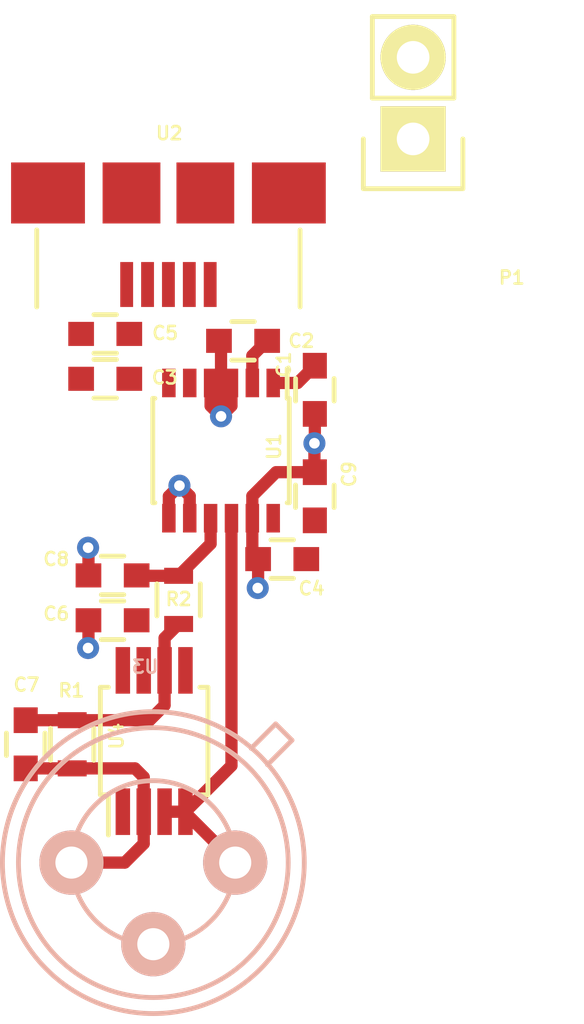
<source format=kicad_pcb>
(kicad_pcb (version 4) (host pcbnew 4.0.1-3.201512221402+6198~38~ubuntu14.04.1-stable)

  (general
    (links 43)
    (no_connects 24)
    (area 129.057599 82.466799 147.508807 114.59972)
    (thickness 1.6)
    (drawings 0)
    (tracks 57)
    (zones 0)
    (modules 16)
    (nets 14)
  )

  (page A4)
  (layers
    (0 F.Cu signal)
    (31 B.Cu signal)
    (32 B.Adhes user)
    (33 F.Adhes user)
    (34 B.Paste user)
    (35 F.Paste user)
    (36 B.SilkS user)
    (37 F.SilkS user)
    (38 B.Mask user)
    (39 F.Mask user)
    (40 Dwgs.User user)
    (41 Cmts.User user)
    (42 Eco1.User user)
    (43 Eco2.User user)
    (44 Edge.Cuts user)
    (45 Margin user)
    (46 B.CrtYd user)
    (47 F.CrtYd user hide)
    (48 B.Fab user)
    (49 F.Fab user)
  )

  (setup
    (last_trace_width 0.381)
    (user_trace_width 0.381)
    (trace_clearance 0.1524)
    (zone_clearance 0.508)
    (zone_45_only no)
    (trace_min 0.1524)
    (segment_width 0.2)
    (edge_width 0.15)
    (via_size 0.6858)
    (via_drill 0.3302)
    (via_min_size 0.6858)
    (via_min_drill 0.3302)
    (user_via 0.762 0.3556)
    (uvia_size 0.3)
    (uvia_drill 0.1)
    (uvias_allowed no)
    (uvia_min_size 0)
    (uvia_min_drill 0)
    (pcb_text_width 0.3)
    (pcb_text_size 1.5 1.5)
    (mod_edge_width 0.15)
    (mod_text_size 0.4064 0.4064)
    (mod_text_width 0.08128)
    (pad_size 1.524 1.524)
    (pad_drill 0.762)
    (pad_to_mask_clearance 0.0254)
    (aux_axis_origin 0 0)
    (visible_elements FFFFF77F)
    (pcbplotparams
      (layerselection 0x00030_80000001)
      (usegerberextensions false)
      (excludeedgelayer true)
      (linewidth 0.100000)
      (plotframeref false)
      (viasonmask false)
      (mode 1)
      (useauxorigin false)
      (hpglpennumber 1)
      (hpglpenspeed 20)
      (hpglpendiameter 15)
      (hpglpenoverlay 2)
      (psnegative false)
      (psa4output false)
      (plotreference true)
      (plotvalue true)
      (plotinvisibletext false)
      (padsonsilk false)
      (subtractmaskfromsilk false)
      (outputformat 1)
      (mirror false)
      (drillshape 1)
      (scaleselection 1)
      (outputdirectory ""))
  )

  (net 0 "")
  (net 1 GND)
  (net 2 VCC)
  (net 3 "Net-(U4-Pad1)")
  (net 4 "Net-(U4-Pad5)")
  (net 5 "Net-(U4-Pad8)")
  (net 6 "Net-(C7-Pad1)")
  (net 7 "Net-(C7-Pad2)")
  (net 8 "Net-(C8-Pad1)")
  (net 9 "Net-(C1-Pad1)")
  (net 10 "Net-(C2-Pad1)")
  (net 11 /SDA)
  (net 12 /SCL)
  (net 13 "Net-(P1-Pad2)")

  (net_class Default "This is the default net class."
    (clearance 0.1524)
    (trace_width 0.1524)
    (via_dia 0.6858)
    (via_drill 0.3302)
    (uvia_dia 0.3)
    (uvia_drill 0.1)
    (add_net /SCL)
    (add_net /SDA)
    (add_net GND)
    (add_net "Net-(C1-Pad1)")
    (add_net "Net-(C2-Pad1)")
    (add_net "Net-(C7-Pad1)")
    (add_net "Net-(C7-Pad2)")
    (add_net "Net-(C8-Pad1)")
    (add_net "Net-(P1-Pad2)")
    (add_net "Net-(U4-Pad1)")
    (add_net "Net-(U4-Pad5)")
    (add_net "Net-(U4-Pad8)")
    (add_net VCC)
  )

  (module footprints:TO-5 (layer B.Cu) (tedit 569C3E42) (tstamp 569B0EEE)
    (at 133.985 109.474 180)
    (descr "TO-43,  3Pin,")
    (tags "TO-43,  3Pin,")
    (path /56995646)
    (fp_text reference U3 (at 0.254 6.096 180) (layer B.SilkS)
      (effects (font (size 0.4064 0.4064) (thickness 0.08128)) (justify mirror))
    )
    (fp_text value SD100-13-23-222 (at 0.0508 -4.6482 180) (layer B.Fab)
      (effects (font (size 0.4064 0.4064) (thickness 0.08128)) (justify mirror))
    )
    (fp_line (start -4.064 4.064) (end -3.81 4.318) (layer B.SilkS) (width 0.15))
    (fp_line (start -3.81 4.318) (end -3.048 3.556) (layer B.SilkS) (width 0.15))
    (fp_line (start -4.064 4.064) (end -4.318 3.81) (layer B.SilkS) (width 0.15))
    (fp_line (start -4.318 3.81) (end -3.556 3.048) (layer B.SilkS) (width 0.15))
    (fp_circle (center 0 0) (end 2.55 0) (layer B.SilkS) (width 0.15))
    (fp_circle (center 0 0) (end 4.2 0) (layer B.SilkS) (width 0.15))
    (fp_circle (center 0 0) (end 4.7 0) (layer B.SilkS) (width 0.15))
    (pad 1 thru_hole circle (at -2.55 0 180) (size 2 2) (drill 1) (layers *.Cu *.Mask B.SilkS)
      (net 1 GND))
    (pad 2 thru_hole circle (at 0 -2.54 180) (size 2 2) (drill 1) (layers *.Cu *.Mask B.SilkS)
      (net 1 GND))
    (pad 3 thru_hole circle (at 2.55 0 180) (size 2 2) (drill 1) (layers *.Cu *.Mask B.SilkS)
      (net 7 "Net-(C7-Pad2)"))
  )

  (module Housings_SSOP:MSOP-8_3x3mm_Pitch0.65mm (layer F.Cu) (tedit 569B1EED) (tstamp 569B182D)
    (at 134.0104 105.6894 90)
    (descr "8-Lead Plastic Micro Small Outline Package (MS) [MSOP] (see Microchip Packaging Specification 00000049BS.pdf)")
    (tags "SSOP 0.65")
    (path /569B1527)
    (attr smd)
    (fp_text reference U4 (at 0.1524 -1.1684 270) (layer F.SilkS)
      (effects (font (size 0.4064 0.4064) (thickness 0.08128)))
    )
    (fp_text value OPA381 (at 0.0254 0.9906 270) (layer F.Fab)
      (effects (font (size 0.4064 0.4064) (thickness 0.08128)))
    )
    (fp_line (start -3.2 -1.85) (end -3.2 1.85) (layer F.CrtYd) (width 0.05))
    (fp_line (start 3.2 -1.85) (end 3.2 1.85) (layer F.CrtYd) (width 0.05))
    (fp_line (start -3.2 -1.85) (end 3.2 -1.85) (layer F.CrtYd) (width 0.05))
    (fp_line (start -3.2 1.85) (end 3.2 1.85) (layer F.CrtYd) (width 0.05))
    (fp_line (start -1.675 -1.675) (end -1.675 -1.425) (layer F.SilkS) (width 0.15))
    (fp_line (start 1.675 -1.675) (end 1.675 -1.425) (layer F.SilkS) (width 0.15))
    (fp_line (start 1.675 1.675) (end 1.675 1.425) (layer F.SilkS) (width 0.15))
    (fp_line (start -1.675 1.675) (end -1.675 1.425) (layer F.SilkS) (width 0.15))
    (fp_line (start -1.675 -1.675) (end 1.675 -1.675) (layer F.SilkS) (width 0.15))
    (fp_line (start -1.675 1.675) (end 1.675 1.675) (layer F.SilkS) (width 0.15))
    (fp_line (start -1.675 -1.425) (end -2.925 -1.425) (layer F.SilkS) (width 0.15))
    (pad 1 smd rect (at -2.2 -0.975 90) (size 1.45 0.45) (layers F.Cu F.Paste F.Mask)
      (net 3 "Net-(U4-Pad1)"))
    (pad 2 smd rect (at -2.2 -0.325 90) (size 1.45 0.45) (layers F.Cu F.Paste F.Mask)
      (net 7 "Net-(C7-Pad2)"))
    (pad 3 smd rect (at -2.2 0.325 90) (size 1.45 0.45) (layers F.Cu F.Paste F.Mask)
      (net 1 GND))
    (pad 4 smd rect (at -2.2 0.975 90) (size 1.45 0.45) (layers F.Cu F.Paste F.Mask)
      (net 1 GND))
    (pad 5 smd rect (at 2.2 0.975 90) (size 1.45 0.45) (layers F.Cu F.Paste F.Mask)
      (net 4 "Net-(U4-Pad5)"))
    (pad 6 smd rect (at 2.2 0.325 90) (size 1.45 0.45) (layers F.Cu F.Paste F.Mask)
      (net 6 "Net-(C7-Pad1)"))
    (pad 7 smd rect (at 2.2 -0.325 90) (size 1.45 0.45) (layers F.Cu F.Paste F.Mask)
      (net 2 VCC))
    (pad 8 smd rect (at 2.2 -0.975 90) (size 1.45 0.45) (layers F.Cu F.Paste F.Mask)
      (net 5 "Net-(U4-Pad8)"))
    (model Housings_SSOP.3dshapes/MSOP-8_3x3mm_Pitch0.65mm.wrl
      (at (xyz 0 0 0))
      (scale (xyz 1 1 1))
      (rotate (xyz 0 0 0))
    )
  )

  (module Capacitors_SMD:C_0603 (layer F.Cu) (tedit 569C3CF1) (tstamp 569B249B)
    (at 139.0142 94.7547 270)
    (descr "Capacitor SMD 0603, reflow soldering, AVX (see smccp.pdf)")
    (tags "capacitor 0603")
    (path /569BFF67)
    (attr smd)
    (fp_text reference C1 (at -0.7874 0.9652 270) (layer F.SilkS)
      (effects (font (size 0.4064 0.4064) (thickness 0.08128)))
    )
    (fp_text value .1u (at 0.7874 0.9144 270) (layer F.Fab)
      (effects (font (size 0.4064 0.4064) (thickness 0.08128)))
    )
    (fp_line (start -1.45 -0.75) (end 1.45 -0.75) (layer F.CrtYd) (width 0.05))
    (fp_line (start -1.45 0.75) (end 1.45 0.75) (layer F.CrtYd) (width 0.05))
    (fp_line (start -1.45 -0.75) (end -1.45 0.75) (layer F.CrtYd) (width 0.05))
    (fp_line (start 1.45 -0.75) (end 1.45 0.75) (layer F.CrtYd) (width 0.05))
    (fp_line (start -0.35 -0.6) (end 0.35 -0.6) (layer F.SilkS) (width 0.15))
    (fp_line (start 0.35 0.6) (end -0.35 0.6) (layer F.SilkS) (width 0.15))
    (pad 1 smd rect (at -0.75 0 270) (size 0.8 0.75) (layers F.Cu F.Paste F.Mask)
      (net 9 "Net-(C1-Pad1)"))
    (pad 2 smd rect (at 0.75 0 270) (size 0.8 0.75) (layers F.Cu F.Paste F.Mask)
      (net 1 GND))
    (model Capacitors_SMD.3dshapes/C_0603.wrl
      (at (xyz 0 0 0))
      (scale (xyz 1 1 1))
      (rotate (xyz 0 0 0))
    )
  )

  (module Capacitors_SMD:C_0603 (layer F.Cu) (tedit 569EFAC3) (tstamp 569B24A0)
    (at 136.779 93.2307 180)
    (descr "Capacitor SMD 0603, reflow soldering, AVX (see smccp.pdf)")
    (tags "capacitor 0603")
    (path /569C0E1F)
    (attr smd)
    (fp_text reference C2 (at -1.8161 0 180) (layer F.SilkS)
      (effects (font (size 0.4064 0.4064) (thickness 0.08128)))
    )
    (fp_text value .1u (at 0.9906 -0.8763 180) (layer F.Fab)
      (effects (font (size 0.4064 0.4064) (thickness 0.08128)))
    )
    (fp_line (start -1.45 -0.75) (end 1.45 -0.75) (layer F.CrtYd) (width 0.05))
    (fp_line (start -1.45 0.75) (end 1.45 0.75) (layer F.CrtYd) (width 0.05))
    (fp_line (start -1.45 -0.75) (end -1.45 0.75) (layer F.CrtYd) (width 0.05))
    (fp_line (start 1.45 -0.75) (end 1.45 0.75) (layer F.CrtYd) (width 0.05))
    (fp_line (start -0.35 -0.6) (end 0.35 -0.6) (layer F.SilkS) (width 0.15))
    (fp_line (start 0.35 0.6) (end -0.35 0.6) (layer F.SilkS) (width 0.15))
    (pad 1 smd rect (at -0.75 0 180) (size 0.8 0.75) (layers F.Cu F.Paste F.Mask)
      (net 10 "Net-(C2-Pad1)"))
    (pad 2 smd rect (at 0.75 0 180) (size 0.8 0.75) (layers F.Cu F.Paste F.Mask)
      (net 1 GND))
    (model Capacitors_SMD.3dshapes/C_0603.wrl
      (at (xyz 0 0 0))
      (scale (xyz 1 1 1))
      (rotate (xyz 0 0 0))
    )
  )

  (module Capacitors_SMD:C_0603 (layer F.Cu) (tedit 569C4F1D) (tstamp 569B24A5)
    (at 132.4864 94.4118)
    (descr "Capacitor SMD 0603, reflow soldering, AVX (see smccp.pdf)")
    (tags "capacitor 0603")
    (path /569ABE13)
    (attr smd)
    (fp_text reference C3 (at 1.8542 -0.0381) (layer F.SilkS)
      (effects (font (size 0.4064 0.4064) (thickness 0.08128)))
    )
    (fp_text value 10u (at 2.0447 0.5715) (layer F.Fab)
      (effects (font (size 0.4064 0.4064) (thickness 0.08128)))
    )
    (fp_line (start -1.45 -0.75) (end 1.45 -0.75) (layer F.CrtYd) (width 0.05))
    (fp_line (start -1.45 0.75) (end 1.45 0.75) (layer F.CrtYd) (width 0.05))
    (fp_line (start -1.45 -0.75) (end -1.45 0.75) (layer F.CrtYd) (width 0.05))
    (fp_line (start 1.45 -0.75) (end 1.45 0.75) (layer F.CrtYd) (width 0.05))
    (fp_line (start -0.35 -0.6) (end 0.35 -0.6) (layer F.SilkS) (width 0.15))
    (fp_line (start 0.35 0.6) (end -0.35 0.6) (layer F.SilkS) (width 0.15))
    (pad 1 smd rect (at -0.75 0) (size 0.8 0.75) (layers F.Cu F.Paste F.Mask)
      (net 1 GND))
    (pad 2 smd rect (at 0.75 0) (size 0.8 0.75) (layers F.Cu F.Paste F.Mask)
      (net 2 VCC))
    (model Capacitors_SMD.3dshapes/C_0603.wrl
      (at (xyz 0 0 0))
      (scale (xyz 1 1 1))
      (rotate (xyz 0 0 0))
    )
  )

  (module Capacitors_SMD:C_0603 (layer F.Cu) (tedit 569C36DC) (tstamp 569B24AA)
    (at 137.9982 100.0252)
    (descr "Capacitor SMD 0603, reflow soldering, AVX (see smccp.pdf)")
    (tags "capacitor 0603")
    (path /569C03C5)
    (attr smd)
    (fp_text reference C4 (at 0.9144 0.9144) (layer F.SilkS)
      (effects (font (size 0.4064 0.4064) (thickness 0.08128)))
    )
    (fp_text value .1u (at -0.8382 0.9144) (layer F.Fab)
      (effects (font (size 0.4064 0.4064) (thickness 0.08128)))
    )
    (fp_line (start -1.45 -0.75) (end 1.45 -0.75) (layer F.CrtYd) (width 0.05))
    (fp_line (start -1.45 0.75) (end 1.45 0.75) (layer F.CrtYd) (width 0.05))
    (fp_line (start -1.45 -0.75) (end -1.45 0.75) (layer F.CrtYd) (width 0.05))
    (fp_line (start 1.45 -0.75) (end 1.45 0.75) (layer F.CrtYd) (width 0.05))
    (fp_line (start -0.35 -0.6) (end 0.35 -0.6) (layer F.SilkS) (width 0.15))
    (fp_line (start 0.35 0.6) (end -0.35 0.6) (layer F.SilkS) (width 0.15))
    (pad 1 smd rect (at -0.75 0) (size 0.8 0.75) (layers F.Cu F.Paste F.Mask)
      (net 1 GND))
    (pad 2 smd rect (at 0.75 0) (size 0.8 0.75) (layers F.Cu F.Paste F.Mask)
      (net 2 VCC))
    (model Capacitors_SMD.3dshapes/C_0603.wrl
      (at (xyz 0 0 0))
      (scale (xyz 1 1 1))
      (rotate (xyz 0 0 0))
    )
  )

  (module Capacitors_SMD:C_0603 (layer F.Cu) (tedit 569C4F1A) (tstamp 569B24AF)
    (at 132.4864 93.0148)
    (descr "Capacitor SMD 0603, reflow soldering, AVX (see smccp.pdf)")
    (tags "capacitor 0603")
    (path /56999F5A)
    (attr smd)
    (fp_text reference C5 (at 1.8669 -0.0254) (layer F.SilkS)
      (effects (font (size 0.4064 0.4064) (thickness 0.08128)))
    )
    (fp_text value 1u (at 1.9812 0.6223) (layer F.Fab)
      (effects (font (size 0.4064 0.4064) (thickness 0.08128)))
    )
    (fp_line (start -1.45 -0.75) (end 1.45 -0.75) (layer F.CrtYd) (width 0.05))
    (fp_line (start -1.45 0.75) (end 1.45 0.75) (layer F.CrtYd) (width 0.05))
    (fp_line (start -1.45 -0.75) (end -1.45 0.75) (layer F.CrtYd) (width 0.05))
    (fp_line (start 1.45 -0.75) (end 1.45 0.75) (layer F.CrtYd) (width 0.05))
    (fp_line (start -0.35 -0.6) (end 0.35 -0.6) (layer F.SilkS) (width 0.15))
    (fp_line (start 0.35 0.6) (end -0.35 0.6) (layer F.SilkS) (width 0.15))
    (pad 1 smd rect (at -0.75 0) (size 0.8 0.75) (layers F.Cu F.Paste F.Mask)
      (net 1 GND))
    (pad 2 smd rect (at 0.75 0) (size 0.8 0.75) (layers F.Cu F.Paste F.Mask)
      (net 2 VCC))
    (model Capacitors_SMD.3dshapes/C_0603.wrl
      (at (xyz 0 0 0))
      (scale (xyz 1 1 1))
      (rotate (xyz 0 0 0))
    )
  )

  (module Capacitors_SMD:C_0603 (layer F.Cu) (tedit 569C1F31) (tstamp 569B24B4)
    (at 132.715 101.9302 180)
    (descr "Capacitor SMD 0603, reflow soldering, AVX (see smccp.pdf)")
    (tags "capacitor 0603")
    (path /569AF41C)
    (attr smd)
    (fp_text reference C6 (at 1.7526 0.2032 360) (layer F.SilkS)
      (effects (font (size 0.4064 0.4064) (thickness 0.08128)))
    )
    (fp_text value .1u (at 1.8288 -0.4826 360) (layer F.Fab)
      (effects (font (size 0.4064 0.4064) (thickness 0.08128)))
    )
    (fp_line (start -1.45 -0.75) (end 1.45 -0.75) (layer F.CrtYd) (width 0.05))
    (fp_line (start -1.45 0.75) (end 1.45 0.75) (layer F.CrtYd) (width 0.05))
    (fp_line (start -1.45 -0.75) (end -1.45 0.75) (layer F.CrtYd) (width 0.05))
    (fp_line (start 1.45 -0.75) (end 1.45 0.75) (layer F.CrtYd) (width 0.05))
    (fp_line (start -0.35 -0.6) (end 0.35 -0.6) (layer F.SilkS) (width 0.15))
    (fp_line (start 0.35 0.6) (end -0.35 0.6) (layer F.SilkS) (width 0.15))
    (pad 1 smd rect (at -0.75 0 180) (size 0.8 0.75) (layers F.Cu F.Paste F.Mask)
      (net 2 VCC))
    (pad 2 smd rect (at 0.75 0 180) (size 0.8 0.75) (layers F.Cu F.Paste F.Mask)
      (net 1 GND))
    (model Capacitors_SMD.3dshapes/C_0603.wrl
      (at (xyz 0 0 0))
      (scale (xyz 1 1 1))
      (rotate (xyz 0 0 0))
    )
  )

  (module Capacitors_SMD:C_0603 (layer F.Cu) (tedit 569B2636) (tstamp 569B24B9)
    (at 130.0099 105.791 270)
    (descr "Capacitor SMD 0603, reflow soldering, AVX (see smccp.pdf)")
    (tags "capacitor 0603")
    (path /569B2162)
    (attr smd)
    (fp_text reference C7 (at -1.8542 -0.0254 360) (layer F.SilkS)
      (effects (font (size 0.4064 0.4064) (thickness 0.08128)))
    )
    (fp_text value .5p (at 1.8034 0.0762 360) (layer F.Fab)
      (effects (font (size 0.4064 0.4064) (thickness 0.08128)))
    )
    (fp_line (start -1.45 -0.75) (end 1.45 -0.75) (layer F.CrtYd) (width 0.05))
    (fp_line (start -1.45 0.75) (end 1.45 0.75) (layer F.CrtYd) (width 0.05))
    (fp_line (start -1.45 -0.75) (end -1.45 0.75) (layer F.CrtYd) (width 0.05))
    (fp_line (start 1.45 -0.75) (end 1.45 0.75) (layer F.CrtYd) (width 0.05))
    (fp_line (start -0.35 -0.6) (end 0.35 -0.6) (layer F.SilkS) (width 0.15))
    (fp_line (start 0.35 0.6) (end -0.35 0.6) (layer F.SilkS) (width 0.15))
    (pad 1 smd rect (at -0.75 0 270) (size 0.8 0.75) (layers F.Cu F.Paste F.Mask)
      (net 6 "Net-(C7-Pad1)"))
    (pad 2 smd rect (at 0.75 0 270) (size 0.8 0.75) (layers F.Cu F.Paste F.Mask)
      (net 7 "Net-(C7-Pad2)"))
    (model Capacitors_SMD.3dshapes/C_0603.wrl
      (at (xyz 0 0 0))
      (scale (xyz 1 1 1))
      (rotate (xyz 0 0 0))
    )
  )

  (module Resistors_SMD:R_0603 (layer F.Cu) (tedit 569B263D) (tstamp 569B24BE)
    (at 131.4577 105.791 270)
    (descr "Resistor SMD 0603, reflow soldering, Vishay (see dcrcw.pdf)")
    (tags "resistor 0603")
    (path /569B21BE)
    (attr smd)
    (fp_text reference R1 (at -1.6764 0.0254 360) (layer F.SilkS)
      (effects (font (size 0.4064 0.4064) (thickness 0.08128)))
    )
    (fp_text value 10M (at 1.7526 0.0762 360) (layer F.Fab)
      (effects (font (size 0.4064 0.4064) (thickness 0.08128)))
    )
    (fp_line (start -1.3 -0.8) (end 1.3 -0.8) (layer F.CrtYd) (width 0.05))
    (fp_line (start -1.3 0.8) (end 1.3 0.8) (layer F.CrtYd) (width 0.05))
    (fp_line (start -1.3 -0.8) (end -1.3 0.8) (layer F.CrtYd) (width 0.05))
    (fp_line (start 1.3 -0.8) (end 1.3 0.8) (layer F.CrtYd) (width 0.05))
    (fp_line (start 0.5 0.675) (end -0.5 0.675) (layer F.SilkS) (width 0.15))
    (fp_line (start -0.5 -0.675) (end 0.5 -0.675) (layer F.SilkS) (width 0.15))
    (pad 1 smd rect (at -0.75 0 270) (size 0.5 0.9) (layers F.Cu F.Paste F.Mask)
      (net 6 "Net-(C7-Pad1)"))
    (pad 2 smd rect (at 0.75 0 270) (size 0.5 0.9) (layers F.Cu F.Paste F.Mask)
      (net 7 "Net-(C7-Pad2)"))
    (model Resistors_SMD.3dshapes/R_0603.wrl
      (at (xyz 0 0 0))
      (scale (xyz 1 1 1))
      (rotate (xyz 0 0 0))
    )
  )

  (module Capacitors_SMD:C_0603 (layer F.Cu) (tedit 569C3D92) (tstamp 569B262A)
    (at 132.715 100.5332 180)
    (descr "Capacitor SMD 0603, reflow soldering, AVX (see smccp.pdf)")
    (tags "capacitor 0603")
    (path /569B2FF9)
    (attr smd)
    (fp_text reference C8 (at 1.7526 0.508 180) (layer F.SilkS)
      (effects (font (size 0.4064 0.4064) (thickness 0.08128)))
    )
    (fp_text value 10u (at 1.905 -0.2032 180) (layer F.Fab)
      (effects (font (size 0.4064 0.4064) (thickness 0.08128)))
    )
    (fp_line (start -1.45 -0.75) (end 1.45 -0.75) (layer F.CrtYd) (width 0.05))
    (fp_line (start -1.45 0.75) (end 1.45 0.75) (layer F.CrtYd) (width 0.05))
    (fp_line (start -1.45 -0.75) (end -1.45 0.75) (layer F.CrtYd) (width 0.05))
    (fp_line (start 1.45 -0.75) (end 1.45 0.75) (layer F.CrtYd) (width 0.05))
    (fp_line (start -0.35 -0.6) (end 0.35 -0.6) (layer F.SilkS) (width 0.15))
    (fp_line (start 0.35 0.6) (end -0.35 0.6) (layer F.SilkS) (width 0.15))
    (pad 1 smd rect (at -0.75 0 180) (size 0.8 0.75) (layers F.Cu F.Paste F.Mask)
      (net 8 "Net-(C8-Pad1)"))
    (pad 2 smd rect (at 0.75 0 180) (size 0.8 0.75) (layers F.Cu F.Paste F.Mask)
      (net 1 GND))
    (model Capacitors_SMD.3dshapes/C_0603.wrl
      (at (xyz 0 0 0))
      (scale (xyz 1 1 1))
      (rotate (xyz 0 0 0))
    )
  )

  (module Resistors_SMD:R_0603 (layer F.Cu) (tedit 569C2C14) (tstamp 569B2630)
    (at 134.7724 101.2952 90)
    (descr "Resistor SMD 0603, reflow soldering, Vishay (see dcrcw.pdf)")
    (tags "resistor 0603")
    (path /569B2F31)
    (attr smd)
    (fp_text reference R2 (at 0.0254 0 180) (layer F.SilkS)
      (effects (font (size 0.4064 0.4064) (thickness 0.08128)))
    )
    (fp_text value 16k (at -1.016 1.1938 180) (layer F.Fab)
      (effects (font (size 0.4064 0.4064) (thickness 0.08128)))
    )
    (fp_line (start -1.3 -0.8) (end 1.3 -0.8) (layer F.CrtYd) (width 0.05))
    (fp_line (start -1.3 0.8) (end 1.3 0.8) (layer F.CrtYd) (width 0.05))
    (fp_line (start -1.3 -0.8) (end -1.3 0.8) (layer F.CrtYd) (width 0.05))
    (fp_line (start 1.3 -0.8) (end 1.3 0.8) (layer F.CrtYd) (width 0.05))
    (fp_line (start 0.5 0.675) (end -0.5 0.675) (layer F.SilkS) (width 0.15))
    (fp_line (start -0.5 -0.675) (end 0.5 -0.675) (layer F.SilkS) (width 0.15))
    (pad 1 smd rect (at -0.75 0 90) (size 0.5 0.9) (layers F.Cu F.Paste F.Mask)
      (net 6 "Net-(C7-Pad1)"))
    (pad 2 smd rect (at 0.75 0 90) (size 0.5 0.9) (layers F.Cu F.Paste F.Mask)
      (net 8 "Net-(C8-Pad1)"))
    (model Resistors_SMD.3dshapes/R_0603.wrl
      (at (xyz 0 0 0))
      (scale (xyz 1 1 1))
      (rotate (xyz 0 0 0))
    )
  )

  (module Capacitors_SMD:C_0603 (layer F.Cu) (tedit 569C36E4) (tstamp 569BE24D)
    (at 139.0142 98.0694 270)
    (descr "Capacitor SMD 0603, reflow soldering, AVX (see smccp.pdf)")
    (tags "capacitor 0603")
    (path /569C0099)
    (attr smd)
    (fp_text reference C9 (at -0.6858 -1.0668 450) (layer F.SilkS)
      (effects (font (size 0.4064 0.4064) (thickness 0.08128)))
    )
    (fp_text value 10u (at 0.3556 -1.016 450) (layer F.Fab)
      (effects (font (size 0.4064 0.4064) (thickness 0.08128)))
    )
    (fp_line (start -1.45 -0.75) (end 1.45 -0.75) (layer F.CrtYd) (width 0.05))
    (fp_line (start -1.45 0.75) (end 1.45 0.75) (layer F.CrtYd) (width 0.05))
    (fp_line (start -1.45 -0.75) (end -1.45 0.75) (layer F.CrtYd) (width 0.05))
    (fp_line (start 1.45 -0.75) (end 1.45 0.75) (layer F.CrtYd) (width 0.05))
    (fp_line (start -0.35 -0.6) (end 0.35 -0.6) (layer F.SilkS) (width 0.15))
    (fp_line (start 0.35 0.6) (end -0.35 0.6) (layer F.SilkS) (width 0.15))
    (pad 1 smd rect (at -0.75 0 270) (size 0.8 0.75) (layers F.Cu F.Paste F.Mask)
      (net 1 GND))
    (pad 2 smd rect (at 0.75 0 270) (size 0.8 0.75) (layers F.Cu F.Paste F.Mask)
      (net 2 VCC))
    (model Capacitors_SMD.3dshapes/C_0603.wrl
      (at (xyz 0 0 0))
      (scale (xyz 1 1 1))
      (rotate (xyz 0 0 0))
    )
  )

  (module Housings_SSOP:MSOP-12_3x4mm_Pitch0.65mm (layer F.Cu) (tedit 569C36E1) (tstamp 569C1EF9)
    (at 136.0932 96.647 270)
    (descr "MS Package; 12-Lead Plastic MSOP; (see Linear Technology 05081668_A_MS12.pdf)")
    (tags "SSOP 0.65")
    (path /569BFD69)
    (attr smd)
    (fp_text reference U1 (at -0.127 -1.651 270) (layer F.SilkS)
      (effects (font (size 0.4064 0.4064) (thickness 0.08128)))
    )
    (fp_text value LTC2461 (at -0.2032 0.1016 360) (layer F.Fab)
      (effects (font (size 0.4064 0.4064) (thickness 0.08128)))
    )
    (fp_line (start -2.8 -2.3) (end -2.8 2.3) (layer F.CrtYd) (width 0.05))
    (fp_line (start 2.8 -2.3) (end 2.8 2.3) (layer F.CrtYd) (width 0.05))
    (fp_line (start -2.8 -2.3) (end 2.8 -2.3) (layer F.CrtYd) (width 0.05))
    (fp_line (start -2.8 2.3) (end 2.8 2.3) (layer F.CrtYd) (width 0.05))
    (fp_line (start -1.625 -2.125) (end -1.625 -2.06) (layer F.SilkS) (width 0.15))
    (fp_line (start 1.625 -2.125) (end 1.625 -2.06) (layer F.SilkS) (width 0.15))
    (fp_line (start 1.625 2.125) (end 1.625 2.06) (layer F.SilkS) (width 0.15))
    (fp_line (start -1.625 2.125) (end -1.625 2.06) (layer F.SilkS) (width 0.15))
    (fp_line (start -1.625 -2.125) (end 1.625 -2.125) (layer F.SilkS) (width 0.15))
    (fp_line (start -1.625 2.125) (end 1.625 2.125) (layer F.SilkS) (width 0.15))
    (fp_line (start -1.625 -2.06) (end -2.55 -2.06) (layer F.SilkS) (width 0.15))
    (pad 1 smd rect (at -2.105 -1.625 270) (size 0.89 0.42) (layers F.Cu F.Paste F.Mask)
      (net 9 "Net-(C1-Pad1)"))
    (pad 2 smd rect (at -2.105 -0.975 270) (size 0.89 0.42) (layers F.Cu F.Paste F.Mask)
      (net 10 "Net-(C2-Pad1)"))
    (pad 3 smd rect (at -2.105 -0.325 270) (size 0.89 0.42) (layers F.Cu F.Paste F.Mask)
      (net 1 GND))
    (pad 4 smd rect (at -2.105 0.325 270) (size 0.89 0.42) (layers F.Cu F.Paste F.Mask)
      (net 1 GND))
    (pad 5 smd rect (at -2.105 0.975 270) (size 0.89 0.42) (layers F.Cu F.Paste F.Mask)
      (net 12 /SCL))
    (pad 6 smd rect (at -2.105 1.625 270) (size 0.89 0.42) (layers F.Cu F.Paste F.Mask)
      (net 11 /SDA))
    (pad 7 smd rect (at 2.105 1.625 270) (size 0.89 0.42) (layers F.Cu F.Paste F.Mask)
      (net 1 GND))
    (pad 8 smd rect (at 2.105 0.975 270) (size 0.89 0.42) (layers F.Cu F.Paste F.Mask)
      (net 1 GND))
    (pad 9 smd rect (at 2.105 0.325 270) (size 0.89 0.42) (layers F.Cu F.Paste F.Mask)
      (net 8 "Net-(C8-Pad1)"))
    (pad 10 smd rect (at 2.105 -0.325 270) (size 0.89 0.42) (layers F.Cu F.Paste F.Mask)
      (net 1 GND))
    (pad 11 smd rect (at 2.105 -0.975 270) (size 0.89 0.42) (layers F.Cu F.Paste F.Mask)
      (net 1 GND))
    (pad 12 smd rect (at 2.105 -1.625 270) (size 0.89 0.42) (layers F.Cu F.Paste F.Mask)
      (net 2 VCC))
    (model Housings_SSOP.3dshapes/MSOP-12_3x4mm_Pitch0.65mm.wrl
      (at (xyz 0 0 0))
      (scale (xyz 1 1 1))
      (rotate (xyz 0 0 0))
    )
  )

  (module Pin_Headers:Pin_Header_Straight_1x02 (layer F.Cu) (tedit 56A02062) (tstamp 56A009D5)
    (at 142.0749 86.9442 180)
    (descr "Through hole pin header")
    (tags "pin header")
    (path /56A00E7A)
    (fp_text reference P1 (at -3.0734 -4.318 180) (layer F.SilkS)
      (effects (font (size 0.4064 0.4064) (thickness 0.08128)))
    )
    (fp_text value CONN_01X02 (at -3.2766 -2.5273 180) (layer F.Fab)
      (effects (font (size 0.4064 0.4064) (thickness 0.08128)))
    )
    (fp_line (start 1.27 1.27) (end 1.27 3.81) (layer F.SilkS) (width 0.15))
    (fp_line (start 1.55 -1.55) (end 1.55 0) (layer F.SilkS) (width 0.15))
    (fp_line (start -1.75 -1.75) (end -1.75 4.3) (layer F.CrtYd) (width 0.05))
    (fp_line (start 1.75 -1.75) (end 1.75 4.3) (layer F.CrtYd) (width 0.05))
    (fp_line (start -1.75 -1.75) (end 1.75 -1.75) (layer F.CrtYd) (width 0.05))
    (fp_line (start -1.75 4.3) (end 1.75 4.3) (layer F.CrtYd) (width 0.05))
    (fp_line (start 1.27 1.27) (end -1.27 1.27) (layer F.SilkS) (width 0.15))
    (fp_line (start -1.55 0) (end -1.55 -1.55) (layer F.SilkS) (width 0.15))
    (fp_line (start -1.55 -1.55) (end 1.55 -1.55) (layer F.SilkS) (width 0.15))
    (fp_line (start -1.27 1.27) (end -1.27 3.81) (layer F.SilkS) (width 0.15))
    (fp_line (start -1.27 3.81) (end 1.27 3.81) (layer F.SilkS) (width 0.15))
    (pad 1 thru_hole rect (at 0 0 180) (size 2.032 2.032) (drill 1.016) (layers *.Cu *.Mask F.SilkS)
      (net 1 GND))
    (pad 2 thru_hole oval (at 0 2.54 180) (size 2.032 2.032) (drill 1.016) (layers *.Cu *.Mask F.SilkS)
      (net 13 "Net-(P1-Pad2)"))
    (model Pin_Headers.3dshapes/Pin_Header_Straight_1x02.wrl
      (at (xyz 0 -0.05 0))
      (scale (xyz 1 1 1))
      (rotate (xyz 0 0 90))
    )
  )

  (module footprints:FCI_10104111-0001LF (layer F.Cu) (tedit 56A02086) (tstamp 56A0215B)
    (at 134.4549 92.1766 180)
    (path /56A00864)
    (fp_text reference U2 (at -0.0254 5.4102 180) (layer F.SilkS)
      (effects (font (size 0.4064 0.4064) (thickness 0.08128)))
    )
    (fp_text value RPIABS_CONN (at 0.1397 6.4897 180) (layer F.Fab)
      (effects (font (size 0.4064 0.4064) (thickness 0.08128)))
    )
    (fp_line (start 4.1 0) (end 4.1 2.4) (layer F.SilkS) (width 0.15))
    (fp_line (start -4.1 0) (end -4.1 2.4) (layer F.SilkS) (width 0.15))
    (fp_line (start -4.9 5) (end 4.9 5) (layer Margin) (width 0.05))
    (pad 1 smd rect (at -1.3 0.7 180) (size 0.4 1.4) (layers F.Cu F.Paste F.Mask)
      (net 13 "Net-(P1-Pad2)"))
    (pad 2 smd rect (at -0.65 0.7 180) (size 0.4 1.4) (layers F.Cu F.Paste F.Mask)
      (net 12 /SCL))
    (pad 3 smd rect (at 0 0.7 180) (size 0.4 1.4) (layers F.Cu F.Paste F.Mask)
      (net 11 /SDA))
    (pad 4 smd rect (at 0.65 0.7 180) (size 0.4 1.4) (layers F.Cu F.Paste F.Mask)
      (net 2 VCC))
    (pad 5 smd rect (at 1.3 0.7 180) (size 0.4 1.4) (layers F.Cu F.Paste F.Mask)
      (net 1 GND))
    (pad 6 smd rect (at -3.75 3.55 180) (size 2.3 1.9) (layers F.Cu F.Paste F.Mask)
      (net 1 GND))
    (pad 6 smd rect (at 3.75 3.55 180) (size 2.3 1.9) (layers F.Cu F.Paste F.Mask)
      (net 1 GND))
    (pad 6 smd rect (at -1.15 3.55 180) (size 1.8 1.9) (layers F.Cu F.Paste F.Mask)
      (net 1 GND))
    (pad 6 smd rect (at 1.15 3.55 180) (size 1.8 1.9) (layers F.Cu F.Paste F.Mask)
      (net 1 GND))
  )

  (segment (start 137.2482 100.0252) (end 137.2482 100.9149) (width 0.381) (layer F.Cu) (net 1))
  (via (at 137.2362 100.9269) (size 0.6858) (drill 0.3302) (layers F.Cu B.Cu) (net 1))
  (segment (start 137.2482 100.9149) (end 137.2362 100.9269) (width 0.381) (layer F.Cu) (net 1) (tstamp 56A00AEE))
  (segment (start 136.4182 98.752) (end 136.4182 106.4566) (width 0.381) (layer F.Cu) (net 1))
  (segment (start 136.4182 106.4566) (end 134.9854 107.8894) (width 0.381) (layer F.Cu) (net 1) (tstamp 56A00AAF))
  (segment (start 136.0932 95.5802) (end 136.0932 93.2949) (width 0.381) (layer F.Cu) (net 1))
  (via (at 136.0932 95.5802) (size 0.6858) (drill 0.3302) (layers F.Cu B.Cu) (net 1))
  (segment (start 136.0932 93.2949) (end 136.029 93.2307) (width 0.381) (layer F.Cu) (net 1) (tstamp 569EFC52))
  (segment (start 136.4182 95.2552) (end 136.0932 95.5802) (width 0.381) (layer F.Cu) (net 1) (tstamp 569C3BA1))
  (segment (start 135.7682 95.2552) (end 136.0932 95.5802) (width 0.381) (layer F.Cu) (net 1) (tstamp 569C3B7D))
  (segment (start 135.7682 95.2552) (end 135.7682 94.542) (width 0.381) (layer F.Cu) (net 1))
  (segment (start 139.0015 97.3067) (end 139.0015 96.4184) (width 0.381) (layer F.Cu) (net 1))
  (segment (start 139.0142 96.4057) (end 139.0015 96.4184) (width 0.381) (layer F.Cu) (net 1) (tstamp 569EFB35))
  (via (at 139.0015 96.4184) (size 0.6858) (drill 0.3302) (layers F.Cu B.Cu) (net 1))
  (segment (start 139.0142 96.4057) (end 139.0142 95.5047) (width 0.381) (layer F.Cu) (net 1))
  (segment (start 139.0015 97.3067) (end 139.0142 97.3194) (width 0.381) (layer F.Cu) (net 1) (tstamp 569EFB40))
  (segment (start 136.4182 94.542) (end 136.4182 95.2552) (width 0.381) (layer F.Cu) (net 1))
  (segment (start 135.1182 98.752) (end 135.1182 98.0596) (width 0.381) (layer F.Cu) (net 1))
  (segment (start 135.1182 98.0596) (end 134.7978 97.7392) (width 0.381) (layer F.Cu) (net 1) (tstamp 569C383B))
  (segment (start 134.4682 98.0688) (end 134.4682 98.752) (width 0.381) (layer F.Cu) (net 1))
  (via (at 134.7978 97.7392) (size 0.6858) (drill 0.3302) (layers F.Cu B.Cu) (net 1))
  (segment (start 134.4682 98.0688) (end 134.7978 97.7392) (width 0.381) (layer F.Cu) (net 1) (tstamp 569C382A))
  (segment (start 131.965 100.5332) (end 131.965 99.6816) (width 0.381) (layer F.Cu) (net 1))
  (segment (start 131.965 99.6816) (end 131.953 99.6696) (width 0.381) (layer F.Cu) (net 1) (tstamp 569C3DC3))
  (via (at 131.953 99.6696) (size 0.6858) (drill 0.3302) (layers F.Cu B.Cu) (net 1))
  (segment (start 131.965 101.9302) (end 131.965 102.7818) (width 0.381) (layer F.Cu) (net 1))
  (segment (start 131.965 102.7818) (end 131.953 102.7938) (width 0.381) (layer F.Cu) (net 1) (tstamp 569C2A42))
  (via (at 131.953 102.7938) (size 0.6858) (drill 0.3302) (layers F.Cu B.Cu) (net 1))
  (segment (start 139.0142 97.3194) (end 137.8084 97.3194) (width 0.381) (layer F.Cu) (net 1))
  (segment (start 137.0682 98.0596) (end 137.3886 97.7392) (width 0.381) (layer F.Cu) (net 1) (tstamp 569C3643))
  (segment (start 137.0682 98.0596) (end 137.0682 98.752) (width 0.381) (layer F.Cu) (net 1))
  (segment (start 137.8084 97.3194) (end 137.3886 97.7392) (width 0.381) (layer F.Cu) (net 1) (tstamp 569C365B))
  (segment (start 137.0682 98.752) (end 137.0682 99.8452) (width 0.381) (layer F.Cu) (net 1))
  (segment (start 134.9854 107.8894) (end 134.9854 107.9244) (width 0.381) (layer F.Cu) (net 1))
  (segment (start 134.9854 107.9244) (end 136.535 109.474) (width 0.381) (layer F.Cu) (net 1) (tstamp 569B18E7))
  (segment (start 134.3354 107.8894) (end 134.9854 107.8894) (width 0.381) (layer F.Cu) (net 1))
  (segment (start 131.4577 105.041) (end 130.0099 105.041) (width 0.381) (layer F.Cu) (net 6))
  (segment (start 131.4577 105.041) (end 133.8714 105.041) (width 0.381) (layer F.Cu) (net 6))
  (segment (start 134.3354 104.577) (end 134.3354 103.4894) (width 0.381) (layer F.Cu) (net 6) (tstamp 56A00A77))
  (segment (start 133.8714 105.041) (end 134.3354 104.577) (width 0.381) (layer F.Cu) (net 6) (tstamp 56A00A70))
  (segment (start 134.3354 103.4894) (end 134.3354 102.4822) (width 0.381) (layer F.Cu) (net 6))
  (segment (start 134.3354 102.4822) (end 134.7724 102.0452) (width 0.381) (layer F.Cu) (net 6) (tstamp 569C2DB0))
  (segment (start 131.4577 106.541) (end 130.0099 106.541) (width 0.381) (layer F.Cu) (net 7))
  (segment (start 133.6854 107.8894) (end 133.6854 106.8122) (width 0.381) (layer F.Cu) (net 7))
  (segment (start 133.4142 106.541) (end 131.4577 106.541) (width 0.381) (layer F.Cu) (net 7) (tstamp 56A00A6A))
  (segment (start 133.6854 106.8122) (end 133.4142 106.541) (width 0.381) (layer F.Cu) (net 7) (tstamp 56A00A63))
  (segment (start 133.6854 107.8894) (end 133.6854 108.8846) (width 0.381) (layer F.Cu) (net 7))
  (segment (start 133.096 109.474) (end 131.435 109.474) (width 0.381) (layer F.Cu) (net 7) (tstamp 569B2139))
  (segment (start 133.6854 108.8846) (end 133.096 109.474) (width 0.381) (layer F.Cu) (net 7) (tstamp 569B2138))
  (segment (start 135.7682 98.752) (end 135.7682 99.5494) (width 0.381) (layer F.Cu) (net 8))
  (segment (start 135.7682 99.5494) (end 134.7724 100.5452) (width 0.381) (layer F.Cu) (net 8) (tstamp 569C28E1))
  (segment (start 134.7724 100.5452) (end 133.477 100.5452) (width 0.381) (layer F.Cu) (net 8))
  (segment (start 133.477 100.5452) (end 133.465 100.5332) (width 0.381) (layer F.Cu) (net 8) (tstamp 569C3DA3))
  (segment (start 137.7182 94.542) (end 138.4769 94.542) (width 0.381) (layer F.Cu) (net 9))
  (segment (start 138.4769 94.542) (end 139.0142 94.0047) (width 0.381) (layer F.Cu) (net 9) (tstamp 569EFB4C))
  (segment (start 137.0682 94.542) (end 137.0682 93.6915) (width 0.381) (layer F.Cu) (net 10))
  (segment (start 137.0682 93.6915) (end 137.529 93.2307) (width 0.381) (layer F.Cu) (net 10) (tstamp 569EFBB1))

)

</source>
